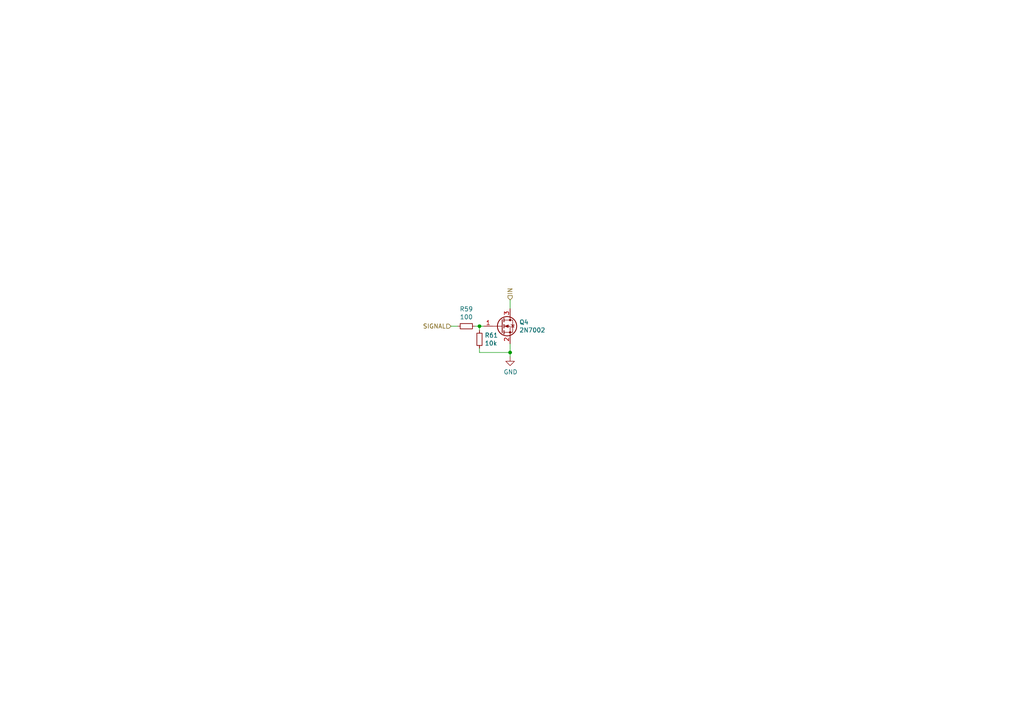
<source format=kicad_sch>
(kicad_sch (version 20211123) (generator eeschema)
  (paper "A4")
  (lib_symbols
    (symbol "Device:R_Small" (pin_numbers hide) (pin_names (offset 0.254) hide)
      (property "Reference" "R" (at 0.762 0.508 0))
      (property "Value" "R_Small" (at 0.762 -1.016 0))
      (symbol "R_Small_0_1"
        (rectangle (start -0.762 1.778) (end 0.762 -1.778) (stroke (width 0.2032)))
      )
      (symbol "R_Small_1_1"
        (pin passive line (at 0 2.54 270) (length 0.762) (name "~") (number "1"))
        (pin passive line (at 0 -2.54 90) (length 0.762) (name "~") (number "2"))
      )
    )
    (symbol "Transistor_FET:2N7002" (pin_names hide)
      (property "Reference" "Q" (at 5.08 1.905 0))
      (property "Value" "2N7002" (at 5.08 0 0))
      (symbol "2N7002_0_1"
        (polyline (pts (xy 0.254 0) (xy -2.54 0)))
        (polyline (pts (xy 0.254 1.905) (xy 0.254 -1.905)) (stroke (width 0.254)))
        (polyline (pts (xy 0.762 -1.27) (xy 0.762 -2.286)) (stroke (width 0.254)))
        (polyline (pts (xy 0.762 0.508) (xy 0.762 -0.508)) (stroke (width 0.254)))
        (polyline (pts (xy 0.762 2.286) (xy 0.762 1.27)) (stroke (width 0.254)))
        (polyline (pts (xy 2.54 2.54) (xy 2.54 1.778)))
        (polyline (pts (xy 2.54 -2.54) (xy 2.54 0) (xy 0.762 0)))
        (polyline (pts (xy 0.762 -1.778) (xy 3.302 -1.778) (xy 3.302 1.778) (xy 0.762 1.778)))
        (polyline (pts (xy 1.016 0) (xy 2.032 0.381) (xy 2.032 -0.381) (xy 1.016 0)) (fill (type outline)))
        (polyline (pts (xy 2.794 0.508) (xy 2.921 0.381) (xy 3.683 0.381) (xy 3.81 0.254)))
        (polyline (pts (xy 3.302 0.381) (xy 2.921 -0.254) (xy 3.683 -0.254) (xy 3.302 0.381)))
        (circle (center 1.651 0) (radius 2.794) (stroke (width 0.254)))
        (circle (center 2.54 -1.778) (radius 0.254) (fill (type outline)))
        (circle (center 2.54 1.778) (radius 0.254) (fill (type outline)))
      )
      (symbol "2N7002_1_1"
        (pin input line (at -5.08 0 0) (length 2.54) (name "G") (number "1"))
        (pin passive line (at 2.54 -5.08 90) (length 2.54) (name "S") (number "2"))
        (pin passive line (at 2.54 5.08 270) (length 2.54) (name "D") (number "3"))
      )
    )
    (symbol "power:GND" (power) (pin_names (offset 0))
      (property "Value" "GND" (at 0 -3.81 0))
      (symbol "GND_0_1"
        (polyline (pts (xy 0 0) (xy 0 -1.27) (xy 1.27 -1.27) (xy 0 -2.54) (xy -1.27 -1.27) (xy 0 -1.27)))
      )
      (symbol "GND_1_1"
        (pin power_in line (at 0 0 270) (length 0) hide (name "GND") (number "1"))
      )
    )
  )
  (junction (at 139.065 94.615))
  (junction (at 147.955 102.235))
  (wire (pts (xy 130.81 94.615) (xy 132.715 94.615)))
  (wire (pts (xy 147.955 102.235) (xy 147.955 99.695)))
  (wire (pts (xy 147.955 102.235) (xy 147.955 103.505)))
  (wire (pts (xy 139.065 94.615) (xy 139.065 95.885)))
  (wire (pts (xy 139.065 94.615) (xy 137.795 94.615)))
  (wire (pts (xy 139.065 102.235) (xy 147.955 102.235)))
  (wire (pts (xy 147.955 86.995) (xy 147.955 89.535)))
  (wire (pts (xy 139.065 100.965) (xy 139.065 102.235)))
  (wire (pts (xy 140.335 94.615) (xy 139.065 94.615)))
  (hierarchical_label "SIGNAL" (shape input) (at 130.81 94.615 180))
  (hierarchical_label "IN" (shape input) (at 147.955 86.995 90))
  (symbol (lib_id "Transistor_FET:2N7002") (at 145.415 94.615 0) (unit 1)
    (property "Reference" "Q4" (at 150.5966 93.4466 0) (effects (justify left)))
    (property "Value" "2N7002" (at 150.5966 95.758 0) (effects (justify left)))
    (property "Footprint" "Package_TO_SOT_SMD:SOT-23" (effects hide))
    (property "Datasheet" "https://www.onsemi.com/pub/Collateral/NDS7002A-D.PDF" (effects hide))
  )
  (symbol (lib_id "Device:R_Small") (at 139.065 98.425 0) (unit 1)
    (property "Reference" "R61" (at 140.5636 97.2566 0) (effects (justify left)))
    (property "Value" "10k" (at 140.5636 99.568 0) (effects (justify left)))
    (property "Footprint" "Resistor_SMD:R_0603_1608Metric" (effects hide))
  )
  (symbol (lib_id "Device:R_Small") (at 135.255 94.615 270) (unit 1)
    (property "Reference" "R59" (at 135.255 89.6366 90))
    (property "Value" "100" (at 135.255 91.948 90))
    (property "Footprint" "Resistor_SMD:R_0603_1608Metric" (effects hide))
  )
  (symbol (lib_id "power:GND") (at 147.955 103.505 0) (unit 1)
    (property "Reference" "#PWR0129" (effects hide))
    (property "Value" "GND" (at 148.082 107.8992 0))
  )
)
</source>
